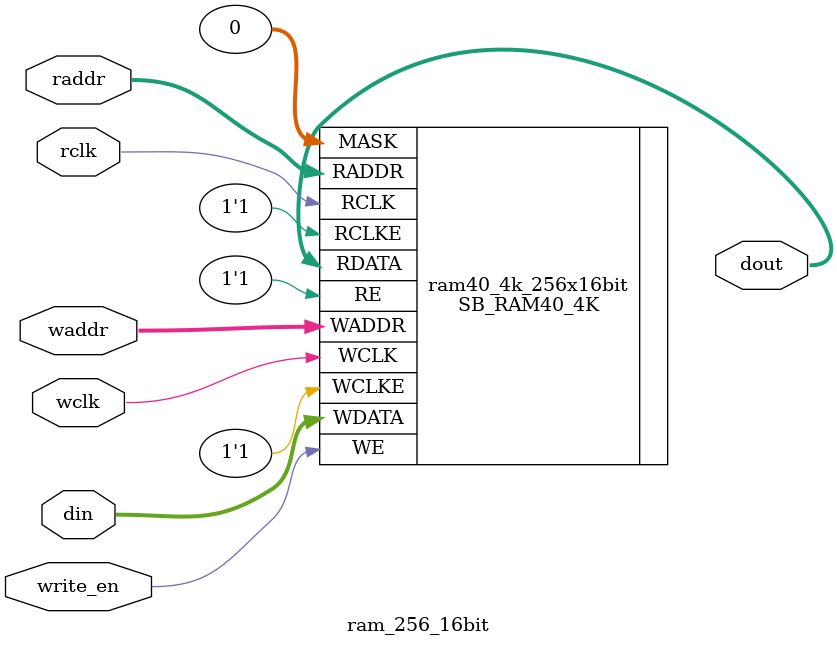
<source format=v>

module ram_256_16bit (
input [15:0]din, 
input write_en, 
input [7:0]waddr, 
input wclk, 
input [7:0]raddr, 
input rclk, 
output [15:0]dout);

   SB_RAM40_4K #(
		   .WRITE_MODE(0),
		   .READ_MODE(0)
		 ) ram40_4k_256x16bit (
				     .RDATA(dout),
				     .RADDR(raddr),
				     .RCLK(rclk),
				     .RCLKE(1'b1),
				     .RE(1'b1),
				     .WADDR(waddr),
				     .WCLK(wclk),
				     .WCLKE(1'b1),
				     .WDATA(din),
				     .MASK(0),
				     .WE(write_en)
				   );


endmodule // ram_256_16bit



   
   

</source>
